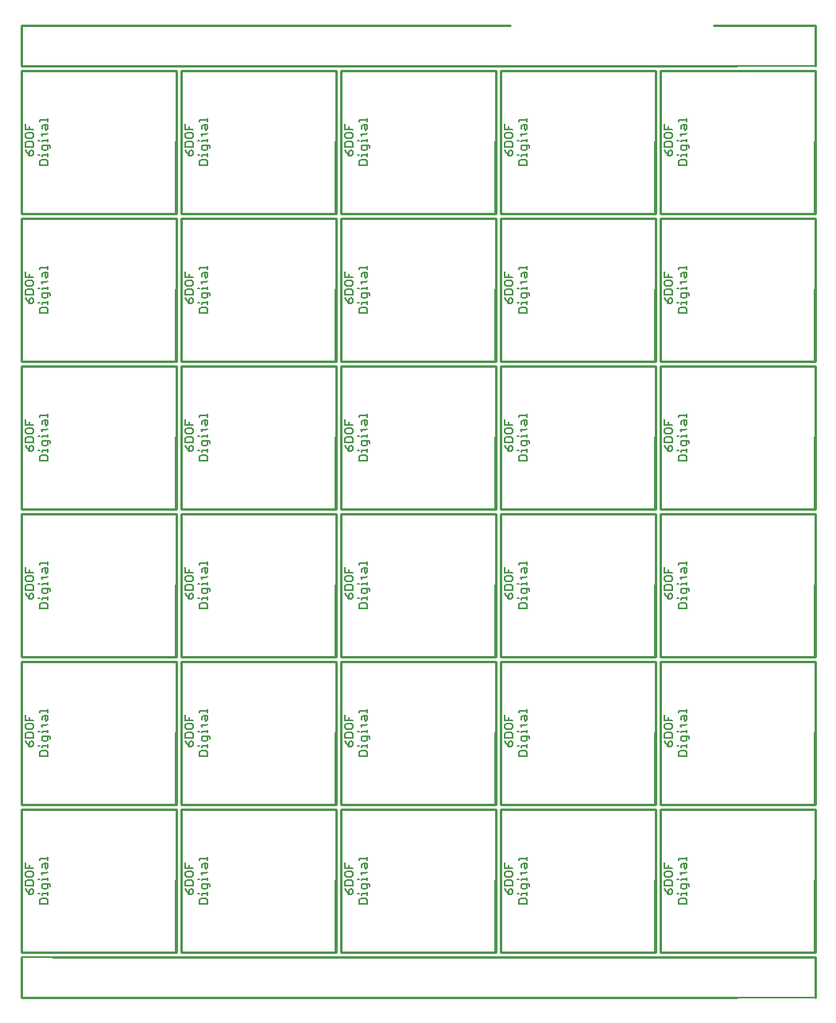
<source format=gto>
G75*
G70*
%OFA0B0*%
%FSLAX24Y24*%
%IPPOS*%
%LPD*%
%AMOC8*
5,1,8,0,0,1.08239X$1,22.5*
%
%ADD10C,0.0070*%
%ADD11C,0.0100*%
%ADD12C,0.0080*%
D10*
X010891Y008696D02*
X011001Y008586D01*
X011001Y008751D01*
X011056Y008806D01*
X011111Y008806D01*
X011166Y008751D01*
X011166Y008641D01*
X011111Y008586D01*
X011001Y008586D01*
X010891Y008696D02*
X010836Y008806D01*
X010836Y008954D02*
X010836Y009120D01*
X010891Y009175D01*
X011111Y009175D01*
X011166Y009120D01*
X011166Y008954D01*
X010836Y008954D01*
X010891Y009323D02*
X011111Y009323D01*
X011166Y009378D01*
X011166Y009488D01*
X011111Y009543D01*
X010891Y009543D01*
X010836Y009488D01*
X010836Y009378D01*
X010891Y009323D01*
X010836Y009691D02*
X010836Y009911D01*
X011001Y009801D02*
X011001Y009691D01*
X011166Y009691D02*
X010836Y009691D01*
X011436Y010028D02*
X011436Y010083D01*
X011766Y010083D01*
X011766Y010028D02*
X011766Y010138D01*
X011766Y009879D02*
X011766Y009714D01*
X011711Y009659D01*
X011656Y009714D01*
X011656Y009879D01*
X011601Y009879D02*
X011766Y009879D01*
X011601Y009879D02*
X011546Y009824D01*
X011546Y009714D01*
X011546Y009524D02*
X011546Y009414D01*
X011491Y009469D02*
X011711Y009469D01*
X011766Y009524D01*
X011766Y009278D02*
X011766Y009168D01*
X011766Y009223D02*
X011546Y009223D01*
X011546Y009168D01*
X011436Y009223D02*
X011381Y009223D01*
X011546Y009020D02*
X011546Y008855D01*
X011601Y008800D01*
X011711Y008800D01*
X011766Y008855D01*
X011766Y009020D01*
X011821Y009020D02*
X011546Y009020D01*
X011821Y009020D02*
X011876Y008965D01*
X011876Y008910D01*
X011766Y008665D02*
X011766Y008554D01*
X011766Y008610D02*
X011546Y008610D01*
X011546Y008554D01*
X011436Y008610D02*
X011381Y008610D01*
X011491Y008406D02*
X011436Y008351D01*
X011436Y008186D01*
X011766Y008186D01*
X011766Y008351D01*
X011711Y008406D01*
X011491Y008406D01*
X011436Y014386D02*
X011436Y014551D01*
X011491Y014606D01*
X011711Y014606D01*
X011766Y014551D01*
X011766Y014386D01*
X011436Y014386D01*
X011546Y014754D02*
X011546Y014810D01*
X011766Y014810D01*
X011766Y014865D02*
X011766Y014754D01*
X011711Y015000D02*
X011766Y015055D01*
X011766Y015220D01*
X011821Y015220D02*
X011546Y015220D01*
X011546Y015055D01*
X011601Y015000D01*
X011711Y015000D01*
X011876Y015110D02*
X011876Y015165D01*
X011821Y015220D01*
X011766Y015368D02*
X011766Y015478D01*
X011766Y015423D02*
X011546Y015423D01*
X011546Y015368D01*
X011436Y015423D02*
X011381Y015423D01*
X011166Y015320D02*
X011166Y015154D01*
X010836Y015154D01*
X010836Y015320D01*
X010891Y015375D01*
X011111Y015375D01*
X011166Y015320D01*
X011111Y015523D02*
X011166Y015578D01*
X011166Y015688D01*
X011111Y015743D01*
X010891Y015743D01*
X010836Y015688D01*
X010836Y015578D01*
X010891Y015523D01*
X011111Y015523D01*
X011166Y015891D02*
X010836Y015891D01*
X010836Y016111D01*
X011001Y016001D02*
X011001Y015891D01*
X011491Y015669D02*
X011711Y015669D01*
X011766Y015724D01*
X011711Y015859D02*
X011656Y015914D01*
X011656Y016079D01*
X011601Y016079D02*
X011766Y016079D01*
X011766Y015914D01*
X011711Y015859D01*
X011546Y015914D02*
X011546Y016024D01*
X011601Y016079D01*
X011436Y016228D02*
X011436Y016283D01*
X011766Y016283D01*
X011766Y016228D02*
X011766Y016338D01*
X011546Y015724D02*
X011546Y015614D01*
X011111Y015006D02*
X011056Y015006D01*
X011001Y014951D01*
X011001Y014786D01*
X011111Y014786D01*
X011166Y014841D01*
X011166Y014951D01*
X011111Y015006D01*
X010891Y014896D02*
X011001Y014786D01*
X010891Y014896D02*
X010836Y015006D01*
X011381Y014810D02*
X011436Y014810D01*
X011436Y020586D02*
X011436Y020751D01*
X011491Y020806D01*
X011711Y020806D01*
X011766Y020751D01*
X011766Y020586D01*
X011436Y020586D01*
X011546Y020954D02*
X011546Y021010D01*
X011766Y021010D01*
X011766Y021065D02*
X011766Y020954D01*
X011711Y021200D02*
X011766Y021255D01*
X011766Y021420D01*
X011821Y021420D02*
X011546Y021420D01*
X011546Y021255D01*
X011601Y021200D01*
X011711Y021200D01*
X011876Y021310D02*
X011876Y021365D01*
X011821Y021420D01*
X011766Y021568D02*
X011766Y021678D01*
X011766Y021623D02*
X011546Y021623D01*
X011546Y021568D01*
X011436Y021623D02*
X011381Y021623D01*
X011166Y021520D02*
X011111Y021575D01*
X010891Y021575D01*
X010836Y021520D01*
X010836Y021354D01*
X011166Y021354D01*
X011166Y021520D01*
X011111Y021723D02*
X011166Y021778D01*
X011166Y021888D01*
X011111Y021943D01*
X010891Y021943D01*
X010836Y021888D01*
X010836Y021778D01*
X010891Y021723D01*
X011111Y021723D01*
X011166Y022091D02*
X010836Y022091D01*
X010836Y022311D01*
X011001Y022201D02*
X011001Y022091D01*
X011491Y021869D02*
X011711Y021869D01*
X011766Y021924D01*
X011711Y022059D02*
X011766Y022114D01*
X011766Y022279D01*
X011601Y022279D01*
X011546Y022224D01*
X011546Y022114D01*
X011656Y022114D02*
X011656Y022279D01*
X011656Y022114D02*
X011711Y022059D01*
X011546Y021924D02*
X011546Y021814D01*
X011436Y022428D02*
X011436Y022483D01*
X011766Y022483D01*
X011766Y022428D02*
X011766Y022538D01*
X011111Y021206D02*
X011056Y021206D01*
X011001Y021151D01*
X011001Y020986D01*
X011111Y020986D01*
X011166Y021041D01*
X011166Y021151D01*
X011111Y021206D01*
X010891Y021096D02*
X011001Y020986D01*
X010891Y021096D02*
X010836Y021206D01*
X011381Y021010D02*
X011436Y021010D01*
X011436Y026786D02*
X011436Y026951D01*
X011491Y027006D01*
X011711Y027006D01*
X011766Y026951D01*
X011766Y026786D01*
X011436Y026786D01*
X011546Y027154D02*
X011546Y027210D01*
X011766Y027210D01*
X011766Y027265D02*
X011766Y027154D01*
X011711Y027400D02*
X011766Y027455D01*
X011766Y027620D01*
X011821Y027620D02*
X011546Y027620D01*
X011546Y027455D01*
X011601Y027400D01*
X011711Y027400D01*
X011876Y027510D02*
X011876Y027565D01*
X011821Y027620D01*
X011766Y027768D02*
X011766Y027878D01*
X011766Y027823D02*
X011546Y027823D01*
X011546Y027768D01*
X011436Y027823D02*
X011381Y027823D01*
X011166Y027720D02*
X011166Y027554D01*
X010836Y027554D01*
X010836Y027720D01*
X010891Y027775D01*
X011111Y027775D01*
X011166Y027720D01*
X011111Y027923D02*
X011166Y027978D01*
X011166Y028088D01*
X011111Y028143D01*
X010891Y028143D01*
X010836Y028088D01*
X010836Y027978D01*
X010891Y027923D01*
X011111Y027923D01*
X011166Y028291D02*
X010836Y028291D01*
X010836Y028511D01*
X011001Y028401D02*
X011001Y028291D01*
X011491Y028069D02*
X011711Y028069D01*
X011766Y028124D01*
X011711Y028259D02*
X011766Y028314D01*
X011766Y028479D01*
X011601Y028479D01*
X011546Y028424D01*
X011546Y028314D01*
X011656Y028314D02*
X011656Y028479D01*
X011656Y028314D02*
X011711Y028259D01*
X011546Y028124D02*
X011546Y028014D01*
X011111Y027406D02*
X011056Y027406D01*
X011001Y027351D01*
X011001Y027186D01*
X011111Y027186D01*
X011166Y027241D01*
X011166Y027351D01*
X011111Y027406D01*
X010891Y027296D02*
X011001Y027186D01*
X010891Y027296D02*
X010836Y027406D01*
X011381Y027210D02*
X011436Y027210D01*
X011436Y028628D02*
X011436Y028683D01*
X011766Y028683D01*
X011766Y028628D02*
X011766Y028738D01*
X011766Y032986D02*
X011436Y032986D01*
X011436Y033151D01*
X011491Y033206D01*
X011711Y033206D01*
X011766Y033151D01*
X011766Y032986D01*
X011766Y033354D02*
X011766Y033465D01*
X011766Y033410D02*
X011546Y033410D01*
X011546Y033354D01*
X011436Y033410D02*
X011381Y033410D01*
X011166Y033441D02*
X011166Y033551D01*
X011111Y033606D01*
X011056Y033606D01*
X011001Y033551D01*
X011001Y033386D01*
X011111Y033386D01*
X011166Y033441D01*
X011001Y033386D02*
X010891Y033496D01*
X010836Y033606D01*
X010836Y033754D02*
X010836Y033920D01*
X010891Y033975D01*
X011111Y033975D01*
X011166Y033920D01*
X011166Y033754D01*
X010836Y033754D01*
X010891Y034123D02*
X011111Y034123D01*
X011166Y034178D01*
X011166Y034288D01*
X011111Y034343D01*
X010891Y034343D01*
X010836Y034288D01*
X010836Y034178D01*
X010891Y034123D01*
X010836Y034491D02*
X010836Y034711D01*
X011001Y034601D02*
X011001Y034491D01*
X011166Y034491D02*
X010836Y034491D01*
X011436Y034828D02*
X011436Y034883D01*
X011766Y034883D01*
X011766Y034828D02*
X011766Y034938D01*
X011766Y034679D02*
X011766Y034514D01*
X011711Y034459D01*
X011656Y034514D01*
X011656Y034679D01*
X011601Y034679D02*
X011766Y034679D01*
X011601Y034679D02*
X011546Y034624D01*
X011546Y034514D01*
X011546Y034324D02*
X011546Y034214D01*
X011491Y034269D02*
X011711Y034269D01*
X011766Y034324D01*
X011766Y034078D02*
X011766Y033968D01*
X011766Y034023D02*
X011546Y034023D01*
X011546Y033968D01*
X011436Y034023D02*
X011381Y034023D01*
X011546Y033820D02*
X011546Y033655D01*
X011601Y033600D01*
X011711Y033600D01*
X011766Y033655D01*
X011766Y033820D01*
X011821Y033820D02*
X011546Y033820D01*
X011821Y033820D02*
X011876Y033765D01*
X011876Y033710D01*
X011766Y039186D02*
X011436Y039186D01*
X011436Y039351D01*
X011491Y039406D01*
X011711Y039406D01*
X011766Y039351D01*
X011766Y039186D01*
X011766Y039554D02*
X011766Y039665D01*
X011766Y039610D02*
X011546Y039610D01*
X011546Y039554D01*
X011436Y039610D02*
X011381Y039610D01*
X011166Y039641D02*
X011166Y039751D01*
X011111Y039806D01*
X011056Y039806D01*
X011001Y039751D01*
X011001Y039586D01*
X011111Y039586D01*
X011166Y039641D01*
X011001Y039586D02*
X010891Y039696D01*
X010836Y039806D01*
X010836Y039954D02*
X010836Y040120D01*
X010891Y040175D01*
X011111Y040175D01*
X011166Y040120D01*
X011166Y039954D01*
X010836Y039954D01*
X010891Y040323D02*
X011111Y040323D01*
X011166Y040378D01*
X011166Y040488D01*
X011111Y040543D01*
X010891Y040543D01*
X010836Y040488D01*
X010836Y040378D01*
X010891Y040323D01*
X010836Y040691D02*
X010836Y040911D01*
X011001Y040801D02*
X011001Y040691D01*
X011166Y040691D02*
X010836Y040691D01*
X011436Y041028D02*
X011436Y041083D01*
X011766Y041083D01*
X011766Y041028D02*
X011766Y041138D01*
X011766Y040879D02*
X011601Y040879D01*
X011546Y040824D01*
X011546Y040714D01*
X011656Y040714D02*
X011656Y040879D01*
X011766Y040879D02*
X011766Y040714D01*
X011711Y040659D01*
X011656Y040714D01*
X011546Y040524D02*
X011546Y040414D01*
X011491Y040469D02*
X011711Y040469D01*
X011766Y040524D01*
X011766Y040278D02*
X011766Y040168D01*
X011766Y040223D02*
X011546Y040223D01*
X011546Y040168D01*
X011436Y040223D02*
X011381Y040223D01*
X011546Y040020D02*
X011546Y039855D01*
X011601Y039800D01*
X011711Y039800D01*
X011766Y039855D01*
X011766Y040020D01*
X011821Y040020D02*
X011546Y040020D01*
X011821Y040020D02*
X011876Y039965D01*
X011876Y039910D01*
X017536Y039954D02*
X017536Y040120D01*
X017591Y040175D01*
X017811Y040175D01*
X017866Y040120D01*
X017866Y039954D01*
X017536Y039954D01*
X017536Y039806D02*
X017591Y039696D01*
X017701Y039586D01*
X017701Y039751D01*
X017756Y039806D01*
X017811Y039806D01*
X017866Y039751D01*
X017866Y039641D01*
X017811Y039586D01*
X017701Y039586D01*
X018081Y039610D02*
X018136Y039610D01*
X018246Y039610D02*
X018466Y039610D01*
X018466Y039665D02*
X018466Y039554D01*
X018411Y039406D02*
X018191Y039406D01*
X018136Y039351D01*
X018136Y039186D01*
X018466Y039186D01*
X018466Y039351D01*
X018411Y039406D01*
X018246Y039554D02*
X018246Y039610D01*
X018301Y039800D02*
X018411Y039800D01*
X018466Y039855D01*
X018466Y040020D01*
X018521Y040020D02*
X018246Y040020D01*
X018246Y039855D01*
X018301Y039800D01*
X018576Y039910D02*
X018576Y039965D01*
X018521Y040020D01*
X018466Y040168D02*
X018466Y040278D01*
X018466Y040223D02*
X018246Y040223D01*
X018246Y040168D01*
X018136Y040223D02*
X018081Y040223D01*
X018246Y040414D02*
X018246Y040524D01*
X018191Y040469D02*
X018411Y040469D01*
X018466Y040524D01*
X018411Y040659D02*
X018356Y040714D01*
X018356Y040879D01*
X018301Y040879D02*
X018466Y040879D01*
X018466Y040714D01*
X018411Y040659D01*
X018246Y040714D02*
X018246Y040824D01*
X018301Y040879D01*
X018136Y041028D02*
X018136Y041083D01*
X018466Y041083D01*
X018466Y041028D02*
X018466Y041138D01*
X017866Y040691D02*
X017536Y040691D01*
X017536Y040911D01*
X017701Y040801D02*
X017701Y040691D01*
X017591Y040543D02*
X017536Y040488D01*
X017536Y040378D01*
X017591Y040323D01*
X017811Y040323D01*
X017866Y040378D01*
X017866Y040488D01*
X017811Y040543D01*
X017591Y040543D01*
X018466Y034938D02*
X018466Y034828D01*
X018466Y034883D02*
X018136Y034883D01*
X018136Y034828D01*
X018301Y034679D02*
X018466Y034679D01*
X018466Y034514D01*
X018411Y034459D01*
X018356Y034514D01*
X018356Y034679D01*
X018301Y034679D02*
X018246Y034624D01*
X018246Y034514D01*
X018246Y034324D02*
X018246Y034214D01*
X018191Y034269D02*
X018411Y034269D01*
X018466Y034324D01*
X018466Y034078D02*
X018466Y033968D01*
X018466Y034023D02*
X018246Y034023D01*
X018246Y033968D01*
X018136Y034023D02*
X018081Y034023D01*
X017866Y033920D02*
X017811Y033975D01*
X017591Y033975D01*
X017536Y033920D01*
X017536Y033754D01*
X017866Y033754D01*
X017866Y033920D01*
X017811Y034123D02*
X017866Y034178D01*
X017866Y034288D01*
X017811Y034343D01*
X017591Y034343D01*
X017536Y034288D01*
X017536Y034178D01*
X017591Y034123D01*
X017811Y034123D01*
X017866Y034491D02*
X017536Y034491D01*
X017536Y034711D01*
X017701Y034601D02*
X017701Y034491D01*
X018246Y033820D02*
X018246Y033655D01*
X018301Y033600D01*
X018411Y033600D01*
X018466Y033655D01*
X018466Y033820D01*
X018521Y033820D02*
X018246Y033820D01*
X018521Y033820D02*
X018576Y033765D01*
X018576Y033710D01*
X018466Y033465D02*
X018466Y033354D01*
X018466Y033410D02*
X018246Y033410D01*
X018246Y033354D01*
X018136Y033410D02*
X018081Y033410D01*
X017866Y033441D02*
X017866Y033551D01*
X017811Y033606D01*
X017756Y033606D01*
X017701Y033551D01*
X017701Y033386D01*
X017811Y033386D01*
X017866Y033441D01*
X017701Y033386D02*
X017591Y033496D01*
X017536Y033606D01*
X018136Y033151D02*
X018136Y032986D01*
X018466Y032986D01*
X018466Y033151D01*
X018411Y033206D01*
X018191Y033206D01*
X018136Y033151D01*
X018466Y028738D02*
X018466Y028628D01*
X018466Y028683D02*
X018136Y028683D01*
X018136Y028628D01*
X018301Y028479D02*
X018466Y028479D01*
X018466Y028314D01*
X018411Y028259D01*
X018356Y028314D01*
X018356Y028479D01*
X018301Y028479D02*
X018246Y028424D01*
X018246Y028314D01*
X018246Y028124D02*
X018246Y028014D01*
X018191Y028069D02*
X018411Y028069D01*
X018466Y028124D01*
X018466Y027878D02*
X018466Y027768D01*
X018466Y027823D02*
X018246Y027823D01*
X018246Y027768D01*
X018136Y027823D02*
X018081Y027823D01*
X017866Y027720D02*
X017866Y027554D01*
X017536Y027554D01*
X017536Y027720D01*
X017591Y027775D01*
X017811Y027775D01*
X017866Y027720D01*
X017811Y027923D02*
X017866Y027978D01*
X017866Y028088D01*
X017811Y028143D01*
X017591Y028143D01*
X017536Y028088D01*
X017536Y027978D01*
X017591Y027923D01*
X017811Y027923D01*
X017866Y028291D02*
X017536Y028291D01*
X017536Y028511D01*
X017701Y028401D02*
X017701Y028291D01*
X018246Y027620D02*
X018246Y027455D01*
X018301Y027400D01*
X018411Y027400D01*
X018466Y027455D01*
X018466Y027620D01*
X018521Y027620D02*
X018246Y027620D01*
X018521Y027620D02*
X018576Y027565D01*
X018576Y027510D01*
X018466Y027265D02*
X018466Y027154D01*
X018466Y027210D02*
X018246Y027210D01*
X018246Y027154D01*
X018136Y027210D02*
X018081Y027210D01*
X017866Y027241D02*
X017866Y027351D01*
X017811Y027406D01*
X017756Y027406D01*
X017701Y027351D01*
X017701Y027186D01*
X017811Y027186D01*
X017866Y027241D01*
X017701Y027186D02*
X017591Y027296D01*
X017536Y027406D01*
X018136Y026951D02*
X018136Y026786D01*
X018466Y026786D01*
X018466Y026951D01*
X018411Y027006D01*
X018191Y027006D01*
X018136Y026951D01*
X018466Y022538D02*
X018466Y022428D01*
X018466Y022483D02*
X018136Y022483D01*
X018136Y022428D01*
X018301Y022279D02*
X018466Y022279D01*
X018466Y022114D01*
X018411Y022059D01*
X018356Y022114D01*
X018356Y022279D01*
X018301Y022279D02*
X018246Y022224D01*
X018246Y022114D01*
X018246Y021924D02*
X018246Y021814D01*
X018191Y021869D02*
X018411Y021869D01*
X018466Y021924D01*
X018466Y021678D02*
X018466Y021568D01*
X018466Y021623D02*
X018246Y021623D01*
X018246Y021568D01*
X018136Y021623D02*
X018081Y021623D01*
X017866Y021520D02*
X017811Y021575D01*
X017591Y021575D01*
X017536Y021520D01*
X017536Y021354D01*
X017866Y021354D01*
X017866Y021520D01*
X017811Y021723D02*
X017866Y021778D01*
X017866Y021888D01*
X017811Y021943D01*
X017591Y021943D01*
X017536Y021888D01*
X017536Y021778D01*
X017591Y021723D01*
X017811Y021723D01*
X017866Y022091D02*
X017536Y022091D01*
X017536Y022311D01*
X017701Y022201D02*
X017701Y022091D01*
X018246Y021420D02*
X018246Y021255D01*
X018301Y021200D01*
X018411Y021200D01*
X018466Y021255D01*
X018466Y021420D01*
X018521Y021420D02*
X018246Y021420D01*
X018521Y021420D02*
X018576Y021365D01*
X018576Y021310D01*
X018466Y021065D02*
X018466Y020954D01*
X018466Y021010D02*
X018246Y021010D01*
X018246Y020954D01*
X018136Y021010D02*
X018081Y021010D01*
X017866Y021041D02*
X017866Y021151D01*
X017811Y021206D01*
X017756Y021206D01*
X017701Y021151D01*
X017701Y020986D01*
X017811Y020986D01*
X017866Y021041D01*
X017701Y020986D02*
X017591Y021096D01*
X017536Y021206D01*
X018136Y020751D02*
X018136Y020586D01*
X018466Y020586D01*
X018466Y020751D01*
X018411Y020806D01*
X018191Y020806D01*
X018136Y020751D01*
X018466Y016338D02*
X018466Y016228D01*
X018466Y016283D02*
X018136Y016283D01*
X018136Y016228D01*
X018301Y016079D02*
X018466Y016079D01*
X018466Y015914D01*
X018411Y015859D01*
X018356Y015914D01*
X018356Y016079D01*
X018301Y016079D02*
X018246Y016024D01*
X018246Y015914D01*
X018246Y015724D02*
X018246Y015614D01*
X018191Y015669D02*
X018411Y015669D01*
X018466Y015724D01*
X018466Y015478D02*
X018466Y015368D01*
X018466Y015423D02*
X018246Y015423D01*
X018246Y015368D01*
X018136Y015423D02*
X018081Y015423D01*
X017866Y015320D02*
X017866Y015154D01*
X017536Y015154D01*
X017536Y015320D01*
X017591Y015375D01*
X017811Y015375D01*
X017866Y015320D01*
X017811Y015523D02*
X017866Y015578D01*
X017866Y015688D01*
X017811Y015743D01*
X017591Y015743D01*
X017536Y015688D01*
X017536Y015578D01*
X017591Y015523D01*
X017811Y015523D01*
X017866Y015891D02*
X017536Y015891D01*
X017536Y016111D01*
X017701Y016001D02*
X017701Y015891D01*
X018246Y015220D02*
X018246Y015055D01*
X018301Y015000D01*
X018411Y015000D01*
X018466Y015055D01*
X018466Y015220D01*
X018521Y015220D02*
X018246Y015220D01*
X018521Y015220D02*
X018576Y015165D01*
X018576Y015110D01*
X018466Y014865D02*
X018466Y014754D01*
X018466Y014810D02*
X018246Y014810D01*
X018246Y014754D01*
X018136Y014810D02*
X018081Y014810D01*
X017866Y014841D02*
X017811Y014786D01*
X017701Y014786D01*
X017701Y014951D01*
X017756Y015006D01*
X017811Y015006D01*
X017866Y014951D01*
X017866Y014841D01*
X017701Y014786D02*
X017591Y014896D01*
X017536Y015006D01*
X018136Y014551D02*
X018136Y014386D01*
X018466Y014386D01*
X018466Y014551D01*
X018411Y014606D01*
X018191Y014606D01*
X018136Y014551D01*
X018466Y010138D02*
X018466Y010028D01*
X018466Y010083D02*
X018136Y010083D01*
X018136Y010028D01*
X018301Y009879D02*
X018466Y009879D01*
X018466Y009714D01*
X018411Y009659D01*
X018356Y009714D01*
X018356Y009879D01*
X018301Y009879D02*
X018246Y009824D01*
X018246Y009714D01*
X018246Y009524D02*
X018246Y009414D01*
X018191Y009469D02*
X018411Y009469D01*
X018466Y009524D01*
X018466Y009278D02*
X018466Y009168D01*
X018466Y009223D02*
X018246Y009223D01*
X018246Y009168D01*
X018136Y009223D02*
X018081Y009223D01*
X017866Y009120D02*
X017811Y009175D01*
X017591Y009175D01*
X017536Y009120D01*
X017536Y008954D01*
X017866Y008954D01*
X017866Y009120D01*
X017811Y009323D02*
X017866Y009378D01*
X017866Y009488D01*
X017811Y009543D01*
X017591Y009543D01*
X017536Y009488D01*
X017536Y009378D01*
X017591Y009323D01*
X017811Y009323D01*
X017866Y009691D02*
X017536Y009691D01*
X017536Y009911D01*
X017701Y009801D02*
X017701Y009691D01*
X018246Y009020D02*
X018246Y008855D01*
X018301Y008800D01*
X018411Y008800D01*
X018466Y008855D01*
X018466Y009020D01*
X018521Y009020D02*
X018246Y009020D01*
X018521Y009020D02*
X018576Y008965D01*
X018576Y008910D01*
X018466Y008665D02*
X018466Y008554D01*
X018466Y008610D02*
X018246Y008610D01*
X018246Y008554D01*
X018136Y008610D02*
X018081Y008610D01*
X017866Y008641D02*
X017866Y008751D01*
X017811Y008806D01*
X017756Y008806D01*
X017701Y008751D01*
X017701Y008586D01*
X017811Y008586D01*
X017866Y008641D01*
X017701Y008586D02*
X017591Y008696D01*
X017536Y008806D01*
X018136Y008351D02*
X018136Y008186D01*
X018466Y008186D01*
X018466Y008351D01*
X018411Y008406D01*
X018191Y008406D01*
X018136Y008351D01*
X024236Y008806D02*
X024291Y008696D01*
X024401Y008586D01*
X024401Y008751D01*
X024456Y008806D01*
X024511Y008806D01*
X024566Y008751D01*
X024566Y008641D01*
X024511Y008586D01*
X024401Y008586D01*
X024781Y008610D02*
X024836Y008610D01*
X024946Y008610D02*
X025166Y008610D01*
X025166Y008665D02*
X025166Y008554D01*
X025111Y008406D02*
X024891Y008406D01*
X024836Y008351D01*
X024836Y008186D01*
X025166Y008186D01*
X025166Y008351D01*
X025111Y008406D01*
X024946Y008554D02*
X024946Y008610D01*
X025001Y008800D02*
X025111Y008800D01*
X025166Y008855D01*
X025166Y009020D01*
X025221Y009020D02*
X024946Y009020D01*
X024946Y008855D01*
X025001Y008800D01*
X025276Y008910D02*
X025276Y008965D01*
X025221Y009020D01*
X025166Y009168D02*
X025166Y009278D01*
X025166Y009223D02*
X024946Y009223D01*
X024946Y009168D01*
X024836Y009223D02*
X024781Y009223D01*
X024566Y009120D02*
X024511Y009175D01*
X024291Y009175D01*
X024236Y009120D01*
X024236Y008954D01*
X024566Y008954D01*
X024566Y009120D01*
X024511Y009323D02*
X024566Y009378D01*
X024566Y009488D01*
X024511Y009543D01*
X024291Y009543D01*
X024236Y009488D01*
X024236Y009378D01*
X024291Y009323D01*
X024511Y009323D01*
X024566Y009691D02*
X024236Y009691D01*
X024236Y009911D01*
X024401Y009801D02*
X024401Y009691D01*
X024891Y009469D02*
X025111Y009469D01*
X025166Y009524D01*
X025111Y009659D02*
X025056Y009714D01*
X025056Y009879D01*
X025001Y009879D02*
X025166Y009879D01*
X025166Y009714D01*
X025111Y009659D01*
X024946Y009714D02*
X024946Y009824D01*
X025001Y009879D01*
X024836Y010028D02*
X024836Y010083D01*
X025166Y010083D01*
X025166Y010028D02*
X025166Y010138D01*
X024946Y009524D02*
X024946Y009414D01*
X024836Y014386D02*
X024836Y014551D01*
X024891Y014606D01*
X025111Y014606D01*
X025166Y014551D01*
X025166Y014386D01*
X024836Y014386D01*
X024946Y014754D02*
X024946Y014810D01*
X025166Y014810D01*
X025166Y014865D02*
X025166Y014754D01*
X025111Y015000D02*
X025166Y015055D01*
X025166Y015220D01*
X025221Y015220D02*
X024946Y015220D01*
X024946Y015055D01*
X025001Y015000D01*
X025111Y015000D01*
X025276Y015110D02*
X025276Y015165D01*
X025221Y015220D01*
X025166Y015368D02*
X025166Y015478D01*
X025166Y015423D02*
X024946Y015423D01*
X024946Y015368D01*
X024836Y015423D02*
X024781Y015423D01*
X024566Y015320D02*
X024511Y015375D01*
X024291Y015375D01*
X024236Y015320D01*
X024236Y015154D01*
X024566Y015154D01*
X024566Y015320D01*
X024511Y015523D02*
X024566Y015578D01*
X024566Y015688D01*
X024511Y015743D01*
X024291Y015743D01*
X024236Y015688D01*
X024236Y015578D01*
X024291Y015523D01*
X024511Y015523D01*
X024566Y015891D02*
X024236Y015891D01*
X024236Y016111D01*
X024401Y016001D02*
X024401Y015891D01*
X024891Y015669D02*
X025111Y015669D01*
X025166Y015724D01*
X025111Y015859D02*
X025056Y015914D01*
X025056Y016079D01*
X025001Y016079D02*
X025166Y016079D01*
X025166Y015914D01*
X025111Y015859D01*
X024946Y015914D02*
X024946Y016024D01*
X025001Y016079D01*
X024836Y016228D02*
X024836Y016283D01*
X025166Y016283D01*
X025166Y016228D02*
X025166Y016338D01*
X024946Y015724D02*
X024946Y015614D01*
X024511Y015006D02*
X024456Y015006D01*
X024401Y014951D01*
X024401Y014786D01*
X024511Y014786D01*
X024566Y014841D01*
X024566Y014951D01*
X024511Y015006D01*
X024291Y014896D02*
X024401Y014786D01*
X024291Y014896D02*
X024236Y015006D01*
X024781Y014810D02*
X024836Y014810D01*
X024836Y020586D02*
X024836Y020751D01*
X024891Y020806D01*
X025111Y020806D01*
X025166Y020751D01*
X025166Y020586D01*
X024836Y020586D01*
X024946Y020954D02*
X024946Y021010D01*
X025166Y021010D01*
X025166Y021065D02*
X025166Y020954D01*
X025111Y021200D02*
X025166Y021255D01*
X025166Y021420D01*
X025221Y021420D02*
X024946Y021420D01*
X024946Y021255D01*
X025001Y021200D01*
X025111Y021200D01*
X025276Y021310D02*
X025276Y021365D01*
X025221Y021420D01*
X025166Y021568D02*
X025166Y021678D01*
X025166Y021623D02*
X024946Y021623D01*
X024946Y021568D01*
X024836Y021623D02*
X024781Y021623D01*
X024566Y021520D02*
X024511Y021575D01*
X024291Y021575D01*
X024236Y021520D01*
X024236Y021354D01*
X024566Y021354D01*
X024566Y021520D01*
X024511Y021723D02*
X024291Y021723D01*
X024236Y021778D01*
X024236Y021888D01*
X024291Y021943D01*
X024511Y021943D01*
X024566Y021888D01*
X024566Y021778D01*
X024511Y021723D01*
X024566Y022091D02*
X024236Y022091D01*
X024236Y022311D01*
X024401Y022201D02*
X024401Y022091D01*
X024891Y021869D02*
X025111Y021869D01*
X025166Y021924D01*
X025111Y022059D02*
X025056Y022114D01*
X025056Y022279D01*
X025001Y022279D02*
X025166Y022279D01*
X025166Y022114D01*
X025111Y022059D01*
X024946Y022114D02*
X024946Y022224D01*
X025001Y022279D01*
X024836Y022428D02*
X024836Y022483D01*
X025166Y022483D01*
X025166Y022428D02*
X025166Y022538D01*
X024946Y021924D02*
X024946Y021814D01*
X024511Y021206D02*
X024456Y021206D01*
X024401Y021151D01*
X024401Y020986D01*
X024511Y020986D01*
X024566Y021041D01*
X024566Y021151D01*
X024511Y021206D01*
X024291Y021096D02*
X024401Y020986D01*
X024291Y021096D02*
X024236Y021206D01*
X024781Y021010D02*
X024836Y021010D01*
X024836Y026786D02*
X024836Y026951D01*
X024891Y027006D01*
X025111Y027006D01*
X025166Y026951D01*
X025166Y026786D01*
X024836Y026786D01*
X024946Y027154D02*
X024946Y027210D01*
X025166Y027210D01*
X025166Y027265D02*
X025166Y027154D01*
X025111Y027400D02*
X025166Y027455D01*
X025166Y027620D01*
X025221Y027620D02*
X024946Y027620D01*
X024946Y027455D01*
X025001Y027400D01*
X025111Y027400D01*
X025276Y027510D02*
X025276Y027565D01*
X025221Y027620D01*
X025166Y027768D02*
X025166Y027878D01*
X025166Y027823D02*
X024946Y027823D01*
X024946Y027768D01*
X024836Y027823D02*
X024781Y027823D01*
X024566Y027720D02*
X024511Y027775D01*
X024291Y027775D01*
X024236Y027720D01*
X024236Y027554D01*
X024566Y027554D01*
X024566Y027720D01*
X024511Y027923D02*
X024566Y027978D01*
X024566Y028088D01*
X024511Y028143D01*
X024291Y028143D01*
X024236Y028088D01*
X024236Y027978D01*
X024291Y027923D01*
X024511Y027923D01*
X024566Y028291D02*
X024236Y028291D01*
X024236Y028511D01*
X024401Y028401D02*
X024401Y028291D01*
X024891Y028069D02*
X025111Y028069D01*
X025166Y028124D01*
X025111Y028259D02*
X025056Y028314D01*
X025056Y028479D01*
X025001Y028479D02*
X025166Y028479D01*
X025166Y028314D01*
X025111Y028259D01*
X024946Y028314D02*
X024946Y028424D01*
X025001Y028479D01*
X024836Y028628D02*
X024836Y028683D01*
X025166Y028683D01*
X025166Y028628D02*
X025166Y028738D01*
X024946Y028124D02*
X024946Y028014D01*
X024511Y027406D02*
X024456Y027406D01*
X024401Y027351D01*
X024401Y027186D01*
X024511Y027186D01*
X024566Y027241D01*
X024566Y027351D01*
X024511Y027406D01*
X024291Y027296D02*
X024401Y027186D01*
X024291Y027296D02*
X024236Y027406D01*
X024781Y027210D02*
X024836Y027210D01*
X024836Y032986D02*
X024836Y033151D01*
X024891Y033206D01*
X025111Y033206D01*
X025166Y033151D01*
X025166Y032986D01*
X024836Y032986D01*
X024946Y033354D02*
X024946Y033410D01*
X025166Y033410D01*
X025166Y033465D02*
X025166Y033354D01*
X025111Y033600D02*
X025166Y033655D01*
X025166Y033820D01*
X025221Y033820D02*
X024946Y033820D01*
X024946Y033655D01*
X025001Y033600D01*
X025111Y033600D01*
X025276Y033710D02*
X025276Y033765D01*
X025221Y033820D01*
X025166Y033968D02*
X025166Y034078D01*
X025166Y034023D02*
X024946Y034023D01*
X024946Y033968D01*
X024836Y034023D02*
X024781Y034023D01*
X024566Y033920D02*
X024511Y033975D01*
X024291Y033975D01*
X024236Y033920D01*
X024236Y033754D01*
X024566Y033754D01*
X024566Y033920D01*
X024511Y034123D02*
X024291Y034123D01*
X024236Y034178D01*
X024236Y034288D01*
X024291Y034343D01*
X024511Y034343D01*
X024566Y034288D01*
X024566Y034178D01*
X024511Y034123D01*
X024566Y034491D02*
X024236Y034491D01*
X024236Y034711D01*
X024401Y034601D02*
X024401Y034491D01*
X024891Y034269D02*
X025111Y034269D01*
X025166Y034324D01*
X025111Y034459D02*
X025056Y034514D01*
X025056Y034679D01*
X025001Y034679D02*
X025166Y034679D01*
X025166Y034514D01*
X025111Y034459D01*
X024946Y034514D02*
X024946Y034624D01*
X025001Y034679D01*
X024836Y034828D02*
X024836Y034883D01*
X025166Y034883D01*
X025166Y034828D02*
X025166Y034938D01*
X024946Y034324D02*
X024946Y034214D01*
X024511Y033606D02*
X024456Y033606D01*
X024401Y033551D01*
X024401Y033386D01*
X024511Y033386D01*
X024566Y033441D01*
X024566Y033551D01*
X024511Y033606D01*
X024291Y033496D02*
X024401Y033386D01*
X024291Y033496D02*
X024236Y033606D01*
X024781Y033410D02*
X024836Y033410D01*
X024836Y039186D02*
X024836Y039351D01*
X024891Y039406D01*
X025111Y039406D01*
X025166Y039351D01*
X025166Y039186D01*
X024836Y039186D01*
X024946Y039554D02*
X024946Y039610D01*
X025166Y039610D01*
X025166Y039665D02*
X025166Y039554D01*
X025111Y039800D02*
X025166Y039855D01*
X025166Y040020D01*
X025221Y040020D02*
X024946Y040020D01*
X024946Y039855D01*
X025001Y039800D01*
X025111Y039800D01*
X025276Y039910D02*
X025276Y039965D01*
X025221Y040020D01*
X025166Y040168D02*
X025166Y040278D01*
X025166Y040223D02*
X024946Y040223D01*
X024946Y040168D01*
X024836Y040223D02*
X024781Y040223D01*
X024566Y040120D02*
X024511Y040175D01*
X024291Y040175D01*
X024236Y040120D01*
X024236Y039954D01*
X024566Y039954D01*
X024566Y040120D01*
X024511Y040323D02*
X024566Y040378D01*
X024566Y040488D01*
X024511Y040543D01*
X024291Y040543D01*
X024236Y040488D01*
X024236Y040378D01*
X024291Y040323D01*
X024511Y040323D01*
X024566Y040691D02*
X024236Y040691D01*
X024236Y040911D01*
X024401Y040801D02*
X024401Y040691D01*
X024891Y040469D02*
X025111Y040469D01*
X025166Y040524D01*
X025111Y040659D02*
X025056Y040714D01*
X025056Y040879D01*
X025001Y040879D02*
X025166Y040879D01*
X025166Y040714D01*
X025111Y040659D01*
X024946Y040714D02*
X024946Y040824D01*
X025001Y040879D01*
X024836Y041028D02*
X024836Y041083D01*
X025166Y041083D01*
X025166Y041028D02*
X025166Y041138D01*
X024946Y040524D02*
X024946Y040414D01*
X024511Y039806D02*
X024456Y039806D01*
X024401Y039751D01*
X024401Y039586D01*
X024511Y039586D01*
X024566Y039641D01*
X024566Y039751D01*
X024511Y039806D01*
X024291Y039696D02*
X024401Y039586D01*
X024291Y039696D02*
X024236Y039806D01*
X024781Y039610D02*
X024836Y039610D01*
X030936Y039806D02*
X030991Y039696D01*
X031101Y039586D01*
X031101Y039751D01*
X031156Y039806D01*
X031211Y039806D01*
X031266Y039751D01*
X031266Y039641D01*
X031211Y039586D01*
X031101Y039586D01*
X031481Y039610D02*
X031536Y039610D01*
X031646Y039610D02*
X031866Y039610D01*
X031866Y039665D02*
X031866Y039554D01*
X031811Y039406D02*
X031591Y039406D01*
X031536Y039351D01*
X031536Y039186D01*
X031866Y039186D01*
X031866Y039351D01*
X031811Y039406D01*
X031646Y039554D02*
X031646Y039610D01*
X031701Y039800D02*
X031811Y039800D01*
X031866Y039855D01*
X031866Y040020D01*
X031921Y040020D02*
X031646Y040020D01*
X031646Y039855D01*
X031701Y039800D01*
X031976Y039910D02*
X031976Y039965D01*
X031921Y040020D01*
X031866Y040168D02*
X031866Y040278D01*
X031866Y040223D02*
X031646Y040223D01*
X031646Y040168D01*
X031536Y040223D02*
X031481Y040223D01*
X031266Y040120D02*
X031211Y040175D01*
X030991Y040175D01*
X030936Y040120D01*
X030936Y039954D01*
X031266Y039954D01*
X031266Y040120D01*
X031211Y040323D02*
X031266Y040378D01*
X031266Y040488D01*
X031211Y040543D01*
X030991Y040543D01*
X030936Y040488D01*
X030936Y040378D01*
X030991Y040323D01*
X031211Y040323D01*
X031266Y040691D02*
X030936Y040691D01*
X030936Y040911D01*
X031101Y040801D02*
X031101Y040691D01*
X031591Y040469D02*
X031811Y040469D01*
X031866Y040524D01*
X031811Y040659D02*
X031756Y040714D01*
X031756Y040879D01*
X031701Y040879D02*
X031866Y040879D01*
X031866Y040714D01*
X031811Y040659D01*
X031646Y040714D02*
X031646Y040824D01*
X031701Y040879D01*
X031536Y041028D02*
X031536Y041083D01*
X031866Y041083D01*
X031866Y041028D02*
X031866Y041138D01*
X031646Y040524D02*
X031646Y040414D01*
X031866Y034938D02*
X031866Y034828D01*
X031866Y034883D02*
X031536Y034883D01*
X031536Y034828D01*
X031701Y034679D02*
X031866Y034679D01*
X031866Y034514D01*
X031811Y034459D01*
X031756Y034514D01*
X031756Y034679D01*
X031701Y034679D02*
X031646Y034624D01*
X031646Y034514D01*
X031646Y034324D02*
X031646Y034214D01*
X031591Y034269D02*
X031811Y034269D01*
X031866Y034324D01*
X031866Y034078D02*
X031866Y033968D01*
X031866Y034023D02*
X031646Y034023D01*
X031646Y033968D01*
X031536Y034023D02*
X031481Y034023D01*
X031266Y033920D02*
X031211Y033975D01*
X030991Y033975D01*
X030936Y033920D01*
X030936Y033754D01*
X031266Y033754D01*
X031266Y033920D01*
X031211Y034123D02*
X031266Y034178D01*
X031266Y034288D01*
X031211Y034343D01*
X030991Y034343D01*
X030936Y034288D01*
X030936Y034178D01*
X030991Y034123D01*
X031211Y034123D01*
X031266Y034491D02*
X030936Y034491D01*
X030936Y034711D01*
X031101Y034601D02*
X031101Y034491D01*
X031646Y033820D02*
X031646Y033655D01*
X031701Y033600D01*
X031811Y033600D01*
X031866Y033655D01*
X031866Y033820D01*
X031921Y033820D02*
X031646Y033820D01*
X031921Y033820D02*
X031976Y033765D01*
X031976Y033710D01*
X031866Y033465D02*
X031866Y033354D01*
X031866Y033410D02*
X031646Y033410D01*
X031646Y033354D01*
X031536Y033410D02*
X031481Y033410D01*
X031266Y033441D02*
X031266Y033551D01*
X031211Y033606D01*
X031156Y033606D01*
X031101Y033551D01*
X031101Y033386D01*
X031211Y033386D01*
X031266Y033441D01*
X031101Y033386D02*
X030991Y033496D01*
X030936Y033606D01*
X031536Y033151D02*
X031536Y032986D01*
X031866Y032986D01*
X031866Y033151D01*
X031811Y033206D01*
X031591Y033206D01*
X031536Y033151D01*
X031866Y028738D02*
X031866Y028628D01*
X031866Y028683D02*
X031536Y028683D01*
X031536Y028628D01*
X031701Y028479D02*
X031866Y028479D01*
X031866Y028314D01*
X031811Y028259D01*
X031756Y028314D01*
X031756Y028479D01*
X031701Y028479D02*
X031646Y028424D01*
X031646Y028314D01*
X031646Y028124D02*
X031646Y028014D01*
X031591Y028069D02*
X031811Y028069D01*
X031866Y028124D01*
X031866Y027878D02*
X031866Y027768D01*
X031866Y027823D02*
X031646Y027823D01*
X031646Y027768D01*
X031536Y027823D02*
X031481Y027823D01*
X031266Y027720D02*
X031211Y027775D01*
X030991Y027775D01*
X030936Y027720D01*
X030936Y027554D01*
X031266Y027554D01*
X031266Y027720D01*
X031211Y027923D02*
X031266Y027978D01*
X031266Y028088D01*
X031211Y028143D01*
X030991Y028143D01*
X030936Y028088D01*
X030936Y027978D01*
X030991Y027923D01*
X031211Y027923D01*
X031266Y028291D02*
X030936Y028291D01*
X030936Y028511D01*
X031101Y028401D02*
X031101Y028291D01*
X031646Y027620D02*
X031646Y027455D01*
X031701Y027400D01*
X031811Y027400D01*
X031866Y027455D01*
X031866Y027620D01*
X031921Y027620D02*
X031646Y027620D01*
X031921Y027620D02*
X031976Y027565D01*
X031976Y027510D01*
X031866Y027265D02*
X031866Y027154D01*
X031866Y027210D02*
X031646Y027210D01*
X031646Y027154D01*
X031536Y027210D02*
X031481Y027210D01*
X031266Y027241D02*
X031266Y027351D01*
X031211Y027406D01*
X031156Y027406D01*
X031101Y027351D01*
X031101Y027186D01*
X031211Y027186D01*
X031266Y027241D01*
X031101Y027186D02*
X030991Y027296D01*
X030936Y027406D01*
X031536Y026951D02*
X031536Y026786D01*
X031866Y026786D01*
X031866Y026951D01*
X031811Y027006D01*
X031591Y027006D01*
X031536Y026951D01*
X031866Y022538D02*
X031866Y022428D01*
X031866Y022483D02*
X031536Y022483D01*
X031536Y022428D01*
X031701Y022279D02*
X031866Y022279D01*
X031866Y022114D01*
X031811Y022059D01*
X031756Y022114D01*
X031756Y022279D01*
X031701Y022279D02*
X031646Y022224D01*
X031646Y022114D01*
X031646Y021924D02*
X031646Y021814D01*
X031591Y021869D02*
X031811Y021869D01*
X031866Y021924D01*
X031866Y021678D02*
X031866Y021568D01*
X031866Y021623D02*
X031646Y021623D01*
X031646Y021568D01*
X031536Y021623D02*
X031481Y021623D01*
X031266Y021520D02*
X031211Y021575D01*
X030991Y021575D01*
X030936Y021520D01*
X030936Y021354D01*
X031266Y021354D01*
X031266Y021520D01*
X031211Y021723D02*
X031266Y021778D01*
X031266Y021888D01*
X031211Y021943D01*
X030991Y021943D01*
X030936Y021888D01*
X030936Y021778D01*
X030991Y021723D01*
X031211Y021723D01*
X031266Y022091D02*
X030936Y022091D01*
X030936Y022311D01*
X031101Y022201D02*
X031101Y022091D01*
X031646Y021420D02*
X031646Y021255D01*
X031701Y021200D01*
X031811Y021200D01*
X031866Y021255D01*
X031866Y021420D01*
X031921Y021420D02*
X031646Y021420D01*
X031921Y021420D02*
X031976Y021365D01*
X031976Y021310D01*
X031866Y021065D02*
X031866Y020954D01*
X031866Y021010D02*
X031646Y021010D01*
X031646Y020954D01*
X031536Y021010D02*
X031481Y021010D01*
X031266Y021041D02*
X031266Y021151D01*
X031211Y021206D01*
X031156Y021206D01*
X031101Y021151D01*
X031101Y020986D01*
X031211Y020986D01*
X031266Y021041D01*
X031101Y020986D02*
X030991Y021096D01*
X030936Y021206D01*
X031536Y020751D02*
X031536Y020586D01*
X031866Y020586D01*
X031866Y020751D01*
X031811Y020806D01*
X031591Y020806D01*
X031536Y020751D01*
X031866Y016338D02*
X031866Y016228D01*
X031866Y016283D02*
X031536Y016283D01*
X031536Y016228D01*
X031701Y016079D02*
X031866Y016079D01*
X031866Y015914D01*
X031811Y015859D01*
X031756Y015914D01*
X031756Y016079D01*
X031701Y016079D02*
X031646Y016024D01*
X031646Y015914D01*
X031646Y015724D02*
X031646Y015614D01*
X031591Y015669D02*
X031811Y015669D01*
X031866Y015724D01*
X031866Y015478D02*
X031866Y015368D01*
X031866Y015423D02*
X031646Y015423D01*
X031646Y015368D01*
X031536Y015423D02*
X031481Y015423D01*
X031266Y015320D02*
X031211Y015375D01*
X030991Y015375D01*
X030936Y015320D01*
X030936Y015154D01*
X031266Y015154D01*
X031266Y015320D01*
X031211Y015523D02*
X031266Y015578D01*
X031266Y015688D01*
X031211Y015743D01*
X030991Y015743D01*
X030936Y015688D01*
X030936Y015578D01*
X030991Y015523D01*
X031211Y015523D01*
X031266Y015891D02*
X030936Y015891D01*
X030936Y016111D01*
X031101Y016001D02*
X031101Y015891D01*
X031646Y015220D02*
X031646Y015055D01*
X031701Y015000D01*
X031811Y015000D01*
X031866Y015055D01*
X031866Y015220D01*
X031921Y015220D02*
X031646Y015220D01*
X031921Y015220D02*
X031976Y015165D01*
X031976Y015110D01*
X031866Y014865D02*
X031866Y014754D01*
X031866Y014810D02*
X031646Y014810D01*
X031646Y014754D01*
X031536Y014810D02*
X031481Y014810D01*
X031266Y014841D02*
X031266Y014951D01*
X031211Y015006D01*
X031156Y015006D01*
X031101Y014951D01*
X031101Y014786D01*
X031211Y014786D01*
X031266Y014841D01*
X031101Y014786D02*
X030991Y014896D01*
X030936Y015006D01*
X031536Y014551D02*
X031536Y014386D01*
X031866Y014386D01*
X031866Y014551D01*
X031811Y014606D01*
X031591Y014606D01*
X031536Y014551D01*
X031866Y010138D02*
X031866Y010028D01*
X031866Y010083D02*
X031536Y010083D01*
X031536Y010028D01*
X031701Y009879D02*
X031866Y009879D01*
X031866Y009714D01*
X031811Y009659D01*
X031756Y009714D01*
X031756Y009879D01*
X031701Y009879D02*
X031646Y009824D01*
X031646Y009714D01*
X031646Y009524D02*
X031646Y009414D01*
X031591Y009469D02*
X031811Y009469D01*
X031866Y009524D01*
X031866Y009278D02*
X031866Y009168D01*
X031866Y009223D02*
X031646Y009223D01*
X031646Y009168D01*
X031536Y009223D02*
X031481Y009223D01*
X031266Y009120D02*
X031211Y009175D01*
X030991Y009175D01*
X030936Y009120D01*
X030936Y008954D01*
X031266Y008954D01*
X031266Y009120D01*
X031211Y009323D02*
X031266Y009378D01*
X031266Y009488D01*
X031211Y009543D01*
X030991Y009543D01*
X030936Y009488D01*
X030936Y009378D01*
X030991Y009323D01*
X031211Y009323D01*
X031266Y009691D02*
X030936Y009691D01*
X030936Y009911D01*
X031101Y009801D02*
X031101Y009691D01*
X031646Y009020D02*
X031646Y008855D01*
X031701Y008800D01*
X031811Y008800D01*
X031866Y008855D01*
X031866Y009020D01*
X031921Y009020D02*
X031646Y009020D01*
X031921Y009020D02*
X031976Y008965D01*
X031976Y008910D01*
X031866Y008665D02*
X031866Y008554D01*
X031866Y008610D02*
X031646Y008610D01*
X031646Y008554D01*
X031536Y008610D02*
X031481Y008610D01*
X031266Y008641D02*
X031266Y008751D01*
X031211Y008806D01*
X031156Y008806D01*
X031101Y008751D01*
X031101Y008586D01*
X031211Y008586D01*
X031266Y008641D01*
X031101Y008586D02*
X030991Y008696D01*
X030936Y008806D01*
X031536Y008351D02*
X031536Y008186D01*
X031866Y008186D01*
X031866Y008351D01*
X031811Y008406D01*
X031591Y008406D01*
X031536Y008351D01*
X037636Y008806D02*
X037691Y008696D01*
X037801Y008586D01*
X037801Y008751D01*
X037856Y008806D01*
X037911Y008806D01*
X037966Y008751D01*
X037966Y008641D01*
X037911Y008586D01*
X037801Y008586D01*
X038181Y008610D02*
X038236Y008610D01*
X038346Y008610D02*
X038566Y008610D01*
X038566Y008665D02*
X038566Y008554D01*
X038511Y008406D02*
X038566Y008351D01*
X038566Y008186D01*
X038236Y008186D01*
X038236Y008351D01*
X038291Y008406D01*
X038511Y008406D01*
X038346Y008554D02*
X038346Y008610D01*
X038401Y008800D02*
X038511Y008800D01*
X038566Y008855D01*
X038566Y009020D01*
X038621Y009020D02*
X038346Y009020D01*
X038346Y008855D01*
X038401Y008800D01*
X038676Y008910D02*
X038676Y008965D01*
X038621Y009020D01*
X038566Y009168D02*
X038566Y009278D01*
X038566Y009223D02*
X038346Y009223D01*
X038346Y009168D01*
X038236Y009223D02*
X038181Y009223D01*
X037966Y009120D02*
X037911Y009175D01*
X037691Y009175D01*
X037636Y009120D01*
X037636Y008954D01*
X037966Y008954D01*
X037966Y009120D01*
X037911Y009323D02*
X037966Y009378D01*
X037966Y009488D01*
X037911Y009543D01*
X037691Y009543D01*
X037636Y009488D01*
X037636Y009378D01*
X037691Y009323D01*
X037911Y009323D01*
X037966Y009691D02*
X037636Y009691D01*
X037636Y009911D01*
X037801Y009801D02*
X037801Y009691D01*
X038291Y009469D02*
X038511Y009469D01*
X038566Y009524D01*
X038511Y009659D02*
X038566Y009714D01*
X038566Y009879D01*
X038401Y009879D01*
X038346Y009824D01*
X038346Y009714D01*
X038456Y009714D02*
X038456Y009879D01*
X038456Y009714D02*
X038511Y009659D01*
X038346Y009524D02*
X038346Y009414D01*
X038236Y010028D02*
X038236Y010083D01*
X038566Y010083D01*
X038566Y010028D02*
X038566Y010138D01*
X038566Y014386D02*
X038236Y014386D01*
X038236Y014551D01*
X038291Y014606D01*
X038511Y014606D01*
X038566Y014551D01*
X038566Y014386D01*
X038566Y014754D02*
X038566Y014865D01*
X038566Y014810D02*
X038346Y014810D01*
X038346Y014754D01*
X038236Y014810D02*
X038181Y014810D01*
X037966Y014841D02*
X037911Y014786D01*
X037801Y014786D01*
X037801Y014951D01*
X037856Y015006D01*
X037911Y015006D01*
X037966Y014951D01*
X037966Y014841D01*
X037801Y014786D02*
X037691Y014896D01*
X037636Y015006D01*
X037636Y015154D02*
X037636Y015320D01*
X037691Y015375D01*
X037911Y015375D01*
X037966Y015320D01*
X037966Y015154D01*
X037636Y015154D01*
X037691Y015523D02*
X037911Y015523D01*
X037966Y015578D01*
X037966Y015688D01*
X037911Y015743D01*
X037691Y015743D01*
X037636Y015688D01*
X037636Y015578D01*
X037691Y015523D01*
X037636Y015891D02*
X037636Y016111D01*
X037801Y016001D02*
X037801Y015891D01*
X037966Y015891D02*
X037636Y015891D01*
X038236Y016228D02*
X038236Y016283D01*
X038566Y016283D01*
X038566Y016228D02*
X038566Y016338D01*
X038566Y016079D02*
X038401Y016079D01*
X038346Y016024D01*
X038346Y015914D01*
X038456Y015914D02*
X038456Y016079D01*
X038566Y016079D02*
X038566Y015914D01*
X038511Y015859D01*
X038456Y015914D01*
X038346Y015724D02*
X038346Y015614D01*
X038291Y015669D02*
X038511Y015669D01*
X038566Y015724D01*
X038566Y015478D02*
X038566Y015368D01*
X038566Y015423D02*
X038346Y015423D01*
X038346Y015368D01*
X038236Y015423D02*
X038181Y015423D01*
X038346Y015220D02*
X038346Y015055D01*
X038401Y015000D01*
X038511Y015000D01*
X038566Y015055D01*
X038566Y015220D01*
X038621Y015220D02*
X038346Y015220D01*
X038621Y015220D02*
X038676Y015165D01*
X038676Y015110D01*
X038566Y020586D02*
X038236Y020586D01*
X038236Y020751D01*
X038291Y020806D01*
X038511Y020806D01*
X038566Y020751D01*
X038566Y020586D01*
X038566Y020954D02*
X038566Y021065D01*
X038566Y021010D02*
X038346Y021010D01*
X038346Y020954D01*
X038236Y021010D02*
X038181Y021010D01*
X037966Y021041D02*
X037966Y021151D01*
X037911Y021206D01*
X037856Y021206D01*
X037801Y021151D01*
X037801Y020986D01*
X037911Y020986D01*
X037966Y021041D01*
X037801Y020986D02*
X037691Y021096D01*
X037636Y021206D01*
X037636Y021354D02*
X037636Y021520D01*
X037691Y021575D01*
X037911Y021575D01*
X037966Y021520D01*
X037966Y021354D01*
X037636Y021354D01*
X037691Y021723D02*
X037911Y021723D01*
X037966Y021778D01*
X037966Y021888D01*
X037911Y021943D01*
X037691Y021943D01*
X037636Y021888D01*
X037636Y021778D01*
X037691Y021723D01*
X037636Y022091D02*
X037636Y022311D01*
X037801Y022201D02*
X037801Y022091D01*
X037966Y022091D02*
X037636Y022091D01*
X038236Y022428D02*
X038236Y022483D01*
X038566Y022483D01*
X038566Y022428D02*
X038566Y022538D01*
X038566Y022279D02*
X038566Y022114D01*
X038511Y022059D01*
X038456Y022114D01*
X038456Y022279D01*
X038401Y022279D02*
X038566Y022279D01*
X038401Y022279D02*
X038346Y022224D01*
X038346Y022114D01*
X038346Y021924D02*
X038346Y021814D01*
X038291Y021869D02*
X038511Y021869D01*
X038566Y021924D01*
X038566Y021678D02*
X038566Y021568D01*
X038566Y021623D02*
X038346Y021623D01*
X038346Y021568D01*
X038236Y021623D02*
X038181Y021623D01*
X038346Y021420D02*
X038346Y021255D01*
X038401Y021200D01*
X038511Y021200D01*
X038566Y021255D01*
X038566Y021420D01*
X038621Y021420D02*
X038346Y021420D01*
X038621Y021420D02*
X038676Y021365D01*
X038676Y021310D01*
X038566Y026786D02*
X038236Y026786D01*
X038236Y026951D01*
X038291Y027006D01*
X038511Y027006D01*
X038566Y026951D01*
X038566Y026786D01*
X038566Y027154D02*
X038566Y027265D01*
X038566Y027210D02*
X038346Y027210D01*
X038346Y027154D01*
X038236Y027210D02*
X038181Y027210D01*
X037966Y027241D02*
X037966Y027351D01*
X037911Y027406D01*
X037856Y027406D01*
X037801Y027351D01*
X037801Y027186D01*
X037911Y027186D01*
X037966Y027241D01*
X037801Y027186D02*
X037691Y027296D01*
X037636Y027406D01*
X037636Y027554D02*
X037636Y027720D01*
X037691Y027775D01*
X037911Y027775D01*
X037966Y027720D01*
X037966Y027554D01*
X037636Y027554D01*
X037691Y027923D02*
X037911Y027923D01*
X037966Y027978D01*
X037966Y028088D01*
X037911Y028143D01*
X037691Y028143D01*
X037636Y028088D01*
X037636Y027978D01*
X037691Y027923D01*
X037636Y028291D02*
X037636Y028511D01*
X037801Y028401D02*
X037801Y028291D01*
X037966Y028291D02*
X037636Y028291D01*
X038236Y028628D02*
X038236Y028683D01*
X038566Y028683D01*
X038566Y028628D02*
X038566Y028738D01*
X038566Y028479D02*
X038401Y028479D01*
X038346Y028424D01*
X038346Y028314D01*
X038456Y028314D02*
X038456Y028479D01*
X038566Y028479D02*
X038566Y028314D01*
X038511Y028259D01*
X038456Y028314D01*
X038346Y028124D02*
X038346Y028014D01*
X038291Y028069D02*
X038511Y028069D01*
X038566Y028124D01*
X038566Y027878D02*
X038566Y027768D01*
X038566Y027823D02*
X038346Y027823D01*
X038346Y027768D01*
X038236Y027823D02*
X038181Y027823D01*
X038346Y027620D02*
X038346Y027455D01*
X038401Y027400D01*
X038511Y027400D01*
X038566Y027455D01*
X038566Y027620D01*
X038621Y027620D02*
X038346Y027620D01*
X038621Y027620D02*
X038676Y027565D01*
X038676Y027510D01*
X038566Y032986D02*
X038236Y032986D01*
X038236Y033151D01*
X038291Y033206D01*
X038511Y033206D01*
X038566Y033151D01*
X038566Y032986D01*
X038566Y033354D02*
X038566Y033465D01*
X038566Y033410D02*
X038346Y033410D01*
X038346Y033354D01*
X038236Y033410D02*
X038181Y033410D01*
X037966Y033441D02*
X037966Y033551D01*
X037911Y033606D01*
X037856Y033606D01*
X037801Y033551D01*
X037801Y033386D01*
X037911Y033386D01*
X037966Y033441D01*
X037801Y033386D02*
X037691Y033496D01*
X037636Y033606D01*
X037636Y033754D02*
X037636Y033920D01*
X037691Y033975D01*
X037911Y033975D01*
X037966Y033920D01*
X037966Y033754D01*
X037636Y033754D01*
X037691Y034123D02*
X037911Y034123D01*
X037966Y034178D01*
X037966Y034288D01*
X037911Y034343D01*
X037691Y034343D01*
X037636Y034288D01*
X037636Y034178D01*
X037691Y034123D01*
X037636Y034491D02*
X037636Y034711D01*
X037801Y034601D02*
X037801Y034491D01*
X037966Y034491D02*
X037636Y034491D01*
X038236Y034828D02*
X038236Y034883D01*
X038566Y034883D01*
X038566Y034828D02*
X038566Y034938D01*
X038566Y034679D02*
X038566Y034514D01*
X038511Y034459D01*
X038456Y034514D01*
X038456Y034679D01*
X038401Y034679D02*
X038566Y034679D01*
X038401Y034679D02*
X038346Y034624D01*
X038346Y034514D01*
X038346Y034324D02*
X038346Y034214D01*
X038291Y034269D02*
X038511Y034269D01*
X038566Y034324D01*
X038566Y034078D02*
X038566Y033968D01*
X038566Y034023D02*
X038346Y034023D01*
X038346Y033968D01*
X038236Y034023D02*
X038181Y034023D01*
X038346Y033820D02*
X038346Y033655D01*
X038401Y033600D01*
X038511Y033600D01*
X038566Y033655D01*
X038566Y033820D01*
X038621Y033820D02*
X038346Y033820D01*
X038621Y033820D02*
X038676Y033765D01*
X038676Y033710D01*
X038566Y039186D02*
X038236Y039186D01*
X038236Y039351D01*
X038291Y039406D01*
X038511Y039406D01*
X038566Y039351D01*
X038566Y039186D01*
X038566Y039554D02*
X038566Y039665D01*
X038566Y039610D02*
X038346Y039610D01*
X038346Y039554D01*
X038236Y039610D02*
X038181Y039610D01*
X037966Y039641D02*
X037966Y039751D01*
X037911Y039806D01*
X037856Y039806D01*
X037801Y039751D01*
X037801Y039586D01*
X037911Y039586D01*
X037966Y039641D01*
X037801Y039586D02*
X037691Y039696D01*
X037636Y039806D01*
X037636Y039954D02*
X037636Y040120D01*
X037691Y040175D01*
X037911Y040175D01*
X037966Y040120D01*
X037966Y039954D01*
X037636Y039954D01*
X037691Y040323D02*
X037911Y040323D01*
X037966Y040378D01*
X037966Y040488D01*
X037911Y040543D01*
X037691Y040543D01*
X037636Y040488D01*
X037636Y040378D01*
X037691Y040323D01*
X037636Y040691D02*
X037636Y040911D01*
X037801Y040801D02*
X037801Y040691D01*
X037966Y040691D02*
X037636Y040691D01*
X038236Y041028D02*
X038236Y041083D01*
X038566Y041083D01*
X038566Y041028D02*
X038566Y041138D01*
X038566Y040879D02*
X038401Y040879D01*
X038346Y040824D01*
X038346Y040714D01*
X038456Y040714D02*
X038456Y040879D01*
X038566Y040879D02*
X038566Y040714D01*
X038511Y040659D01*
X038456Y040714D01*
X038346Y040524D02*
X038346Y040414D01*
X038291Y040469D02*
X038511Y040469D01*
X038566Y040524D01*
X038566Y040278D02*
X038566Y040168D01*
X038566Y040223D02*
X038346Y040223D01*
X038346Y040168D01*
X038236Y040223D02*
X038181Y040223D01*
X038346Y040020D02*
X038346Y039855D01*
X038401Y039800D01*
X038511Y039800D01*
X038566Y039855D01*
X038566Y040020D01*
X038621Y040020D02*
X038346Y040020D01*
X038621Y040020D02*
X038676Y039965D01*
X038676Y039910D01*
D11*
X040651Y004251D02*
X010651Y004251D01*
X010651Y005951D01*
X010651Y006151D02*
X017151Y006151D01*
X017151Y012151D01*
X010651Y012151D01*
X010651Y006151D01*
X011951Y005951D02*
X043951Y005951D01*
X043951Y004251D01*
X043951Y006151D02*
X043951Y012151D01*
X037451Y012151D01*
X037451Y006151D01*
X043951Y006151D01*
X043951Y012351D02*
X043951Y018351D01*
X037451Y018351D01*
X037451Y012351D01*
X043951Y012351D01*
X043951Y018551D02*
X043951Y024551D01*
X037451Y024551D01*
X037451Y018551D01*
X043951Y018551D01*
X043951Y024751D02*
X043951Y030751D01*
X037451Y030751D01*
X037451Y024751D01*
X043951Y024751D01*
X043951Y030951D02*
X043951Y036951D01*
X037451Y036951D01*
X037451Y030951D01*
X043951Y030951D01*
X043951Y037151D02*
X043951Y043151D01*
X037451Y043151D01*
X037451Y037151D01*
X043951Y037151D01*
X043951Y043351D02*
X043951Y045051D01*
X039701Y045051D01*
X040651Y043351D02*
X010651Y043351D01*
X010651Y045051D01*
X031151Y045051D01*
X030751Y043151D02*
X037251Y043151D01*
X037251Y037151D01*
X030751Y037151D01*
X030751Y043151D01*
X030551Y043151D02*
X024051Y043151D01*
X024051Y037151D01*
X030551Y037151D01*
X030551Y043151D01*
X030551Y036951D02*
X024051Y036951D01*
X024051Y030951D01*
X030551Y030951D01*
X030551Y036951D01*
X030751Y036951D02*
X037251Y036951D01*
X037251Y030951D01*
X030751Y030951D01*
X030751Y036951D01*
X030751Y030751D02*
X037251Y030751D01*
X037251Y024751D01*
X030751Y024751D01*
X030751Y030751D01*
X030551Y030751D02*
X024051Y030751D01*
X024051Y024751D01*
X030551Y024751D01*
X030551Y030751D01*
X030551Y024551D02*
X024051Y024551D01*
X024051Y018551D01*
X030551Y018551D01*
X030551Y024551D01*
X030751Y024551D02*
X037251Y024551D01*
X037251Y018551D01*
X030751Y018551D01*
X030751Y024551D01*
X030751Y018351D02*
X037251Y018351D01*
X037251Y012351D01*
X030751Y012351D01*
X030751Y018351D01*
X030551Y018351D02*
X024051Y018351D01*
X024051Y012351D01*
X030551Y012351D01*
X030551Y018351D01*
X030551Y012151D02*
X024051Y012151D01*
X024051Y006151D01*
X030551Y006151D01*
X030551Y012151D01*
X030751Y012151D02*
X037251Y012151D01*
X037251Y006151D01*
X030751Y006151D01*
X030751Y012151D01*
X023851Y012151D02*
X023851Y006151D01*
X017351Y006151D01*
X017351Y012151D01*
X023851Y012151D01*
X023851Y012351D02*
X023851Y018351D01*
X017351Y018351D01*
X017351Y012351D01*
X023851Y012351D01*
X023851Y018551D02*
X023851Y024551D01*
X017351Y024551D01*
X017351Y018551D01*
X023851Y018551D01*
X023851Y024751D02*
X017351Y024751D01*
X017351Y030751D01*
X023851Y030751D01*
X023851Y024751D01*
X023851Y030951D02*
X023851Y036951D01*
X017351Y036951D01*
X017351Y030951D01*
X023851Y030951D01*
X023851Y037151D02*
X017351Y037151D01*
X017351Y043151D01*
X023851Y043151D01*
X023851Y037151D01*
X017151Y037151D02*
X017151Y043151D01*
X010651Y043151D01*
X010651Y037151D01*
X017151Y037151D01*
X017151Y036951D02*
X010651Y036951D01*
X010651Y030951D01*
X017151Y030951D01*
X017151Y036951D01*
X017151Y030751D02*
X010651Y030751D01*
X010651Y024751D01*
X017151Y024751D01*
X017151Y030751D01*
X017151Y024551D02*
X010651Y024551D01*
X010651Y018551D01*
X017151Y018551D01*
X017151Y024551D01*
X017151Y018351D02*
X010651Y018351D01*
X010651Y012351D01*
X017151Y012351D01*
X017151Y018351D01*
D12*
X010651Y018351D01*
X010651Y012351D01*
X017143Y012351D01*
X017151Y018351D01*
X017351Y018351D02*
X017351Y012351D01*
X023843Y012351D01*
X023851Y018351D01*
X017351Y018351D01*
X017351Y018551D02*
X017351Y024551D01*
X023851Y024551D01*
X023843Y018551D01*
X017351Y018551D01*
X017143Y018551D02*
X017151Y024551D01*
X010651Y024551D01*
X010651Y018551D01*
X017143Y018551D01*
X017143Y024751D02*
X017151Y030751D01*
X010651Y030751D01*
X010651Y024751D01*
X017143Y024751D01*
X017351Y024751D02*
X017351Y030751D01*
X023851Y030751D01*
X023843Y024751D01*
X017351Y024751D01*
X017351Y030951D02*
X017351Y036951D01*
X023851Y036951D01*
X023843Y030951D01*
X017351Y030951D01*
X017143Y030951D02*
X017151Y036951D01*
X010651Y036951D01*
X010651Y030951D01*
X017143Y030951D01*
X017143Y037151D02*
X017151Y043151D01*
X010651Y043151D01*
X010651Y037151D01*
X017143Y037151D01*
X017351Y037151D02*
X017351Y043151D01*
X023851Y043151D01*
X023843Y037151D01*
X017351Y037151D01*
X024051Y037151D02*
X024051Y043151D01*
X030551Y043151D01*
X030543Y037151D01*
X024051Y037151D01*
X024051Y036951D02*
X024051Y030951D01*
X030543Y030951D01*
X030551Y036951D01*
X024051Y036951D01*
X024051Y030751D02*
X024051Y024751D01*
X030543Y024751D01*
X030551Y030751D01*
X024051Y030751D01*
X024051Y024551D02*
X024051Y018551D01*
X030543Y018551D01*
X030551Y024551D01*
X024051Y024551D01*
X024051Y018351D02*
X024051Y012351D01*
X030543Y012351D01*
X030551Y018351D01*
X024051Y018351D01*
X024051Y012151D02*
X024051Y006151D01*
X030543Y006151D01*
X030551Y012151D01*
X024051Y012151D01*
X023851Y012151D02*
X017351Y012151D01*
X017351Y006151D01*
X023843Y006151D01*
X023851Y012151D01*
X017151Y012151D02*
X017143Y006151D01*
X010651Y006151D01*
X010651Y012151D01*
X017151Y012151D01*
X011951Y005951D02*
X010651Y005951D01*
X030751Y006151D02*
X030751Y012151D01*
X037251Y012151D01*
X037243Y006151D01*
X030751Y006151D01*
X030751Y012351D02*
X030751Y018351D01*
X037251Y018351D01*
X037243Y012351D01*
X030751Y012351D01*
X030751Y018551D02*
X030751Y024551D01*
X037251Y024551D01*
X037243Y018551D01*
X030751Y018551D01*
X030751Y024751D02*
X030751Y030751D01*
X037251Y030751D01*
X037243Y024751D01*
X030751Y024751D01*
X030751Y030951D02*
X030751Y036951D01*
X037251Y036951D01*
X037243Y030951D01*
X030751Y030951D01*
X030751Y037151D02*
X030751Y043151D01*
X037251Y043151D01*
X037243Y037151D01*
X030751Y037151D01*
X037451Y037151D02*
X037451Y043151D01*
X043951Y043151D01*
X043943Y037151D01*
X037451Y037151D01*
X037451Y036951D02*
X037451Y030951D01*
X043943Y030951D01*
X043951Y036951D01*
X037451Y036951D01*
X037451Y030751D02*
X037451Y024751D01*
X043943Y024751D01*
X043951Y030751D01*
X037451Y030751D01*
X037451Y024551D02*
X037451Y018551D01*
X043943Y018551D01*
X043951Y024551D01*
X037451Y024551D01*
X037451Y018351D02*
X037451Y012351D01*
X043943Y012351D01*
X043951Y018351D01*
X037451Y018351D01*
X037451Y012151D02*
X037451Y006151D01*
X043943Y006151D01*
X043951Y012151D01*
X037451Y012151D01*
X040651Y004251D02*
X043951Y004251D01*
X043951Y043351D02*
X040651Y043351D01*
M02*

</source>
